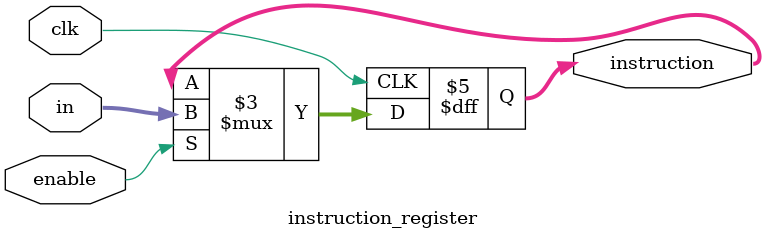
<source format=v>
module instruction_register (
  input wire [23:0] in,
  input wire clk,
  input wire enable,
  output reg [23:0] instruction
);

initial
begin
	instruction = 0;
end

  always @(posedge clk) 
  begin
	if (enable)
		instruction <= in;
  end
endmodule

</source>
